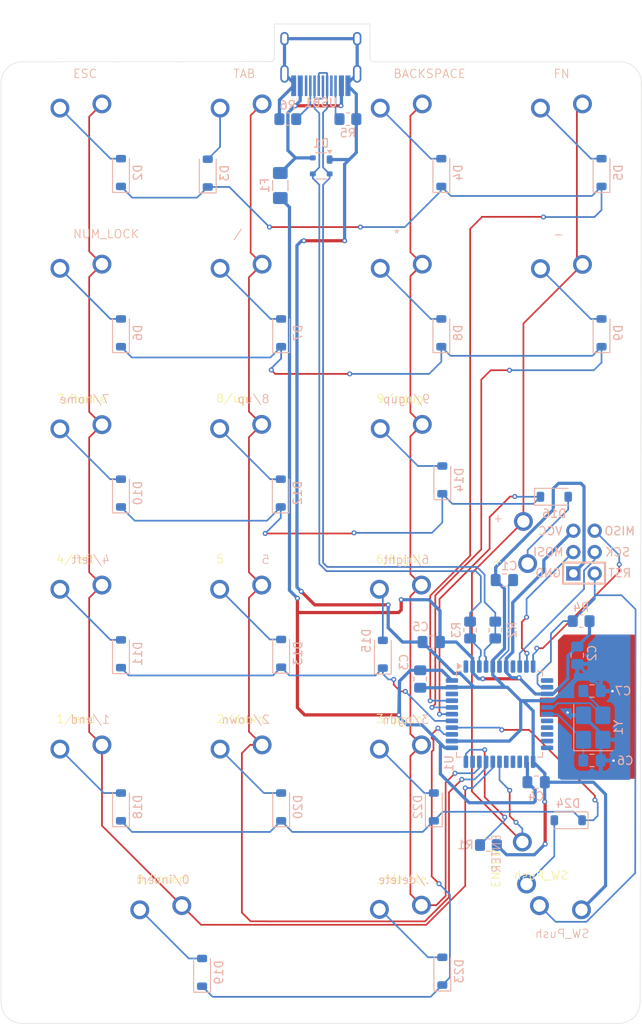
<source format=kicad_pcb>
(kicad_pcb (version 20241229) (generator "pcbnew") (generator_version "9.0")
  (layers (0 "F.Cu" signal) (2 "B.Cu" signal) (13 "F.Paste" user) (15 "B.Paste" user) (5 "F.SilkS" user "F.Silkscreen") (7 "B.SilkS" user "B.Silkscreen") (1 "F.Mask" user) (3 "B.Mask" user) (25 "Edge.Cuts" user))
  (net 0 "")
  (net 1 "Net-(U1-UCAP)")
  (net 2 "GND")
  (net 3 "+5V")
  (net 4 "Net-(U1-XTAL1)")
  (net 5 "Net-(U1-XTAL2)")
  (net 6 "VCC")
  (net 7 "D+")
  (net 8 "D-")
  (net 9 "Net-(D2-A)")
  (net 10 "ROW0")
  (net 11 "Net-(D3-A)")
  (net 12 "Net-(D4-A)")
  (net 13 "Net-(D5-A)")
  (net 14 "ROW1")
  (net 15 "Net-(D6-A)")
  (net 16 "Net-(D7-A)")
  (net 17 "Net-(D8-A)")
  (net 18 "Net-(D9-A)")
  (net 19 "ROW2")
  (net 20 "Net-(D10-A)")
  (net 21 "Net-(D11-A)")
  (net 22 "ROW3")
  (net 23 "Net-(D12-A)")
  (net 24 "Net-(D13-A)")
  (net 25 "Net-(D14-A)")
  (net 26 "Net-(D15-A)")
  (net 27 "Net-(D16-A)")
  (net 28 "ROW4")
  (net 29 "Net-(D18-A)")
  (net 30 "ROW5")
  (net 31 "Net-(D19-A)")
  (net 32 "Net-(D20-A)")
  (net 33 "Net-(D22-A)")
  (net 34 "Net-(D23-A)")
  (net 35 "Net-(D24-A)")
  (net 36 "RESET")
  (net 37 "SCK")
  (net 38 "MOSI")
  (net 39 "MISO")
  (net 40 "Net-(U1-~{HWB}{slash}PE2)")
  (net 41 "Net-(USB1-CC2)")
  (net 42 "Net-(USB1-CC1)")
  (net 43 "COL0")
  (net 44 "COL1")
  (net 45 "COL2")
  (net 46 "COL3")
  (footprint "Alps_Only:ALPS-2U" (layer "F.Cu") (at 68.71875 150.25625)
    (property "Reference" "SW19")
    (property "Value" "0/insert")
  )
  (footprint "Alps_Only:ALPS-1U" (layer "F.Cu") (at 97.31875 54.95625)
    (property "Reference" "SW4")
    (property "Value" "BACKSPACE")
  )
  (footprint "Alps_Only:ALPS-1U" (layer "F.Cu") (at 97.31875 93.05625)
    (property "Reference" "SW14")
    (property "Value" "9/pgup" (hide yes))
  )
  (footprint "Alps_Only:ALPS-1U" (layer "F.Cu") (at 97.21875 131.15625)
    (property "Reference" "SW22")
    (property "Value" "3/pgdn" (hide yes))
  )
  (footprint "Alps_Only:ALPS-2U" (layer "F.Cu") (at 116.34375 102.59375 90)
    (property "Reference" "SW16")
    (property "Value" "+")
  )
  (footprint "Alps_Only:ALPS-1U" (layer "F.Cu") (at 78.26875 74.00625)
    (property "Reference" "SW7")
    (property "Value" "/")
  )
  (footprint "Alps_Only:ALPS-1U" (layer "F.Cu") (at 97.31875 74.00625)
    (property "Reference" "SW8")
    (property "Value" "*")
  )
  (footprint "Alps_Only:ALPS-1U" (layer "F.Cu") (at 59.21875 54.95625)
    (property "Reference" "SW2")
    (property "Value" "ESC")
  )
  (footprint "Alps_Only:ALPS-1U" (layer "F.Cu") (at 116.36875 54.95625)
    (property "Reference" "SW5")
    (property "Value" "FN")
  )
  (footprint "Alps_Only:ALPS-2U" (layer "F.Cu") (at 116.21875 140.69375 90)
    (property "Reference" "SW24")
    (property "Value" "ENTER")
  )
  (footprint "Alps_Only:ALPS-1U" (layer "F.Cu") (at 59.21875 131.15625)
    (property "Reference" "SW18")
    (property "Value" "1/end" (hide yes))
  )
  (footprint "Alps_Only:ALPS-1U" (layer "F.Cu") (at 59.21875 74.00625)
    (property "Reference" "SW6")
    (property "Value" "NUM_LOCK")
  )
  (footprint "Alps_Only:ALPS-1U" (layer "F.Cu") (at 59.21875 93.0875)
    (property "Reference" "SW10")
    (property "Value" "7/home" (hide yes))
  )
  (footprint "Alps_Only:ALPS-1U" (layer "F.Cu") (at 97.21875 112.15625)
    (property "Reference" "SW15")
    (property "Value" "6/right" (hide yes))
  )
  (footprint "Alps_Only:ALPS-1U" (layer "F.Cu") (at 78.21875 112.15625)
    (property "Reference" "SW13")
    (property "Value" "5" (hide yes))
  )
  (footprint "Alps_Only:ALPS-1U" (layer "F.Cu") (at 78.26875 131.15625)
    (property "Reference" "SW20")
    (property "Value" "2/down" (hide yes))
  )
  (footprint "Alps_Only:ALPS-1U" (layer "F.Cu") (at 97.21875 150.20625)
    (property "Reference" "SW23")
    (property "Value" "./delete" (hide yes))
  )
  (footprint "Alps_Only:ALPS-1U" (layer "F.Cu") (at 78.26875 54.95625)
    (property "Reference" "SW3")
    (property "Value" "TAB")
  )
  (footprint "Alps_Only:ALPS-1U" (layer "F.Cu") (at 116.36875 74.0375)
    (property "Reference" "SW9")
    (property "Value" "-")
  )
  (footprint "Alps_Only:ALPS-1U" (layer "F.Cu") (at 78.21875 93.05625)
    (property "Reference" "SW12")
    (property "Value" "8/up" (hide yes))
  )
  (footprint "Alps_Only:ALPS-1U" (layer "F.Cu") (at 59.21875 112.15625)
    (property "Reference" "SW11")
    (property "Value" "4/left" (hide yes))
  )
  (footprint "Diode_SMD:D_SOD-123" (layer "B.Cu") (at 63.98125 58.61875 90)
    (property "Reference" "D2")
    (property "Value" "D")
  )
  (footprint "Alps_Only:ALPS-1U" (layer "B.Cu") (at 116.25 150.25625 180)
    (property "Reference" "SW1")
    (property "Value" "SW_Push")
  )
  (footprint "Diode_SMD:D_SOD-123" (layer "B.Cu") (at 63.98125 134.025 90)
    (property "Reference" "D18")
    (property "Value" "D")
  )
  (footprint "Capacitor_SMD:C_0805_2012Metric_Pad1.18x1.45mm_HandSolder" (layer "B.Cu") (at 120 120.25 180)
    (property "Reference" "C7")
    (property "Value" "22pF")
  )
  (footprint "Package_TO_SOT_SMD:SOT-143" (layer "B.Cu") (at 87.79375 57.825 180)
    (property "Reference" "D1")
    (property "Value" "PRTR5V0U2X")
  )
  (footprint "Fuse:Fuse_1206_3216Metric_Pad1.42x1.75mm_HandSolder" (layer "B.Cu") (at 82.931 60.1615 -90)
    (property "Reference" "F1")
    (property "Value" "Polyfuse_Small")
  )
  (footprint "Resistor_SMD:R_0805_2012Metric_Pad1.20x1.40mm_HandSolder" (layer "B.Cu") (at 118.7036 111.9378 180)
    (property "Reference" "R4")
    (property "Value" "10k")
  )
  (footprint "Diode_SMD:D_SOD-123" (layer "B.Cu") (at 82.98125 96.71875 90)
    (property "Reference" "D12")
    (property "Value" "D")
  )
  (footprint "Resistor_SMD:R_0805_2012Metric_Pad1.20x1.40mm_HandSolder" (layer "B.Cu") (at 107.68 138.557)
    (property "Reference" "R1")
    (property "Value" "10k")
  )
  (footprint "Resistor_SMD:R_0805_2012Metric_Pad1.20x1.40mm_HandSolder" (layer "B.Cu") (at 105.5 113 -90)
    (property "Reference" "R3")
    (property "Value" "22")
  )
  (footprint "Diode_SMD:D_SOD-123" (layer "B.Cu") (at 102.2 153.55 90)
    (property "Reference" "D23")
    (property "Value" "D")
  )
  (footprint "Diode_SMD:D_SOD-123" (layer "B.Cu") (at 63.98125 115.81875 90)
    (property "Reference" "D11")
    (property "Value" "D")
  )
  (footprint "Diode_SMD:D_SOD-123" (layer "B.Cu") (at 101.1875 134.025 90)
    (property "Reference" "D22")
    (property "Value" "D")
  )
  (footprint "Diode_SMD:D_SOD-123" (layer "B.Cu") (at 102.08125 77.66875 90)
    (property "Reference" "D8")
    (property "Value" "D")
  )
  (footprint "Diode_SMD:D_SOD-123" (layer "B.Cu") (at 73.625 153.69375 90)
    (property "Reference" "D19")
    (property "Value" "D")
  )
  (footprint "Capacitor_SMD:C_0805_2012Metric_Pad1.18x1.45mm_HandSolder" (layer "B.Cu") (at 99.568 118.8212 -90)
    (property "Reference" "C3")
    (property "Value" "0.1uF")
  )
  (footprint "Diode_SMD:D_SOD-123" (layer "B.Cu") (at 117.16875 135.6125 180)
    (property "Reference" "D24")
    (property "Value" "D")
  )
  (footprint "Package_QFP:TQFP-44_10x10mm_P0.8mm" (layer "B.Cu") (at 109 123 -90)
    (property "Reference" "U1")
    (property "Value" "ATmega32U4-A")
  )
  (footprint "Diode_SMD:D_SOD-123" (layer "B.Cu") (at 95.123 115.8748 90)
    (property "Reference" "D15")
    (property "Value" "D")
  )
  (footprint "Diode_SMD:D_SOD-123" (layer "B.Cu") (at 63.98125 96.71875 90)
    (property "Reference" "D10")
    (property "Value" "D")
  )
  (footprint "Diode_SMD:D_SOD-123" (layer "B.Cu") (at 74.3 58.68125 90)
    (property "Reference" "D3")
    (property "Value" "D")
  )
  (footprint "Diode_SMD:D_SOD-123" (layer "B.Cu") (at 115.51875 97.15625)
    (property "Reference" "D16")
    (property "Value" "D")
  )
  (footprint "Resistor_SMD:R_0805_2012Metric_Pad1.20x1.40mm_HandSolder" (layer "B.Cu") (at 83.825 52.26875 180)
    (property "Reference" "R6")
    (property "Value" "5.1k")
  )
  (footprint "Diode_SMD:D_SOD-123" (layer "B.Cu") (at 121.13125 58.61875 90)
    (property "Reference" "D5")
    (property "Value" "D")
  )
  (footprint "random-keyboard-parts:Reset_Pretty-Mask" (layer "B.Cu") (at 119.0498 103.7336 180)
    (property "Reference" "J1")
    (property "Value" "AVR-ISP-6")
  )
  (footprint "Capacitor_SMD:C_0805_2012Metric_Pad1.18x1.45mm_HandSolder" (layer "B.Cu") (at 120 128.5 180)
    (property "Reference" "C6")
    (property "Value" "22pF")
  )
  (footprint "Capacitor_SMD:C_0805_2012Metric_Pad1.18x1.45mm_HandSolder" (layer "B.Cu") (at 118.25 116 -90)
    (property "Reference" "C2")
    (property "Value" "0.1uF")
  )
  (footprint "Type-C:HRO-TYPE-C-31-M-12-HandSoldering" (layer "B.Cu") (at 87.75 40.105)
    (property "Reference" "USB1")
    (property "Value" "HRO-TYPE-C-31-M-12")
  )
  (footprint "Diode_SMD:D_SOD-123" (layer "B.Cu") (at 102.08125 58.61875 90)
    (property "Reference" "D4")
    (property "Value" "D")
  )
  (footprint "Capacitor_SMD:C_0805_2012Metric_Pad1.18x1.45mm_HandSolder" (layer "B.Cu") (at 109.5795 107.061 180)
    (property "Reference" "C1")
    (property "Value" "1uF")
  )
  (footprint "Capacitor_SMD:C_0805_2012Metric_Pad1.18x1.45mm_HandSolder" (layer "B.Cu") (at 113.3563 131.0894)
    (property "Reference" "C4")
    (property "Value" "0.1uF")
  )
  (footprint "Resistor_SMD:R_0805_2012Metric_Pad1.20x1.40mm_HandSolder" (layer "B.Cu") (at 90.96875 52.26875)
    (property "Reference" "R5")
    (property "Value" "5.1k")
  )
  (footprint "Diode_SMD:D_SOD-123" (layer "B.Cu") (at 83.03125 77.66875 90)
    (property "Reference" "D7")
    (property "Value" "D")
  )
  (footprint "Resistor_SMD:R_0805_2012Metric_Pad1.20x1.40mm_HandSolder" (layer "B.Cu") (at 108.5 113 90)
    (property "Reference" "R2")
    (property "Value" "22")
  )
  (footprint "Diode_SMD:D_SOD-123" (layer "B.Cu") (at 121.13125 77.66875 90)
    (property "Reference" "D9")
    (property "Value" "D")
  )
  (footprint "Diode_SMD:D_SOD-123" (layer "B.Cu") (at 83.03125 134.025 90)
    (property "Reference" "D20")
    (property "Value" "D")
  )
  (footprint "Crystal:Crystal_SMD_3225-4Pin_3.2x2.5mm_HandSoldering" (layer "B.Cu") (at 120.142 124.587 90)
    (property "Reference" "Y1")
    (property "Value" "Crystal_GND24_Small")
  )
  (footprint "Diode_SMD:D_SOD-123" (layer "B.Cu") (at 63.98125 77.66875 90)
    (property "Reference" "D6")
    (property "Value" "D")
  )
  (footprint "Diode_SMD:D_SOD-123" (layer "B.Cu") (at 102.2 95.15 90)
    (property "Reference" "D14")
    (property "Value" "D")
  )
  (footprint "Capacitor_SMD:C_0805_2012Metric_Pad1.18x1.45mm_HandSolder" (layer "B.Cu") (at 100.8849 114.427 180)
    (property "Reference" "C5")
    (property "Value" "10uF")
  )
  (footprint "Diode_SMD:D_SOD-123" (layer "B.Cu") (at 83.03125 115.76875 90)
    (property "Reference" "D13")
    (property "Value" "D")
  )
  (gr_line (start 93.21875 40.95625) (end 93.5 40.95625) (stroke (width 0.05)) (layer "Edge.Cuts"))
  (gr_line (start 52.21875 159.75625) (end 123.21875 159.75625) (stroke (width 0.05)) (layer "Edge.Cuts"))
  (gr_arc (start 49.71875 47.95625) (mid 50.450983 46.188483) (end 52.21875 45.45625) (stroke (width 0.05)) (layer "Edge.Cuts"))
  (gr_arc (start 82.21875 44.95625) (mid 82.072303 45.309803) (end 81.71875 45.45625) (stroke (width 0.05)) (layer "Edge.Cuts"))
  (gr_line (start 125.71875 157.25625) (end 125.86875 47.9562) (stroke (width 0.05)) (layer "Edge.Cuts"))
  (gr_arc (start 52.21875 159.75625) (mid 50.450983 159.024017) (end 49.71875 157.25625) (stroke (width 0.05)) (layer "Edge.Cuts"))
  (gr_line (start 82.21875 44.95625) (end 82.21875 40.95625) (stroke (width 0.05)) (layer "Edge.Cuts"))
  (gr_line (start 49.71875 47.95625) (end 49.71875 157.25625) (stroke (width 0.05)) (layer "Edge.Cuts"))
  (gr_line (start 82.21875 40.95625) (end 93.21875 40.95625) (stroke (width 0.05)) (layer "Edge.Cuts"))
  (gr_line (start 94.107 45.45625) (end 123.3688 45.45625) (stroke (width 0.05)) (layer "Edge.Cuts"))
  (gr_line (start 93.5 40.95625) (end 93.599 40.95625) (stroke (width 0.05)) (layer "Edge.Cuts"))
  (gr_arc (start 123.3688 45.45625) (mid 125.136535 46.188501) (end 125.86875 47.95625) (stroke (width 0.05)) (layer "Edge.Cuts"))
  (gr_line (start 93.599 41.458) (end 93.599 40.95625) (stroke (width 0.05)) (layer "Edge.Cuts"))
  (gr_arc (start 125.71875 157.25625) (mid 124.986517 159.024017) (end 123.21875 159.75625) (stroke (width 0.05)) (layer "Edge.Cuts"))
  (gr_line (start 93.599 41.458) (end 93.599 44.958) (stroke (width 0.05)) (layer "Edge.Cuts"))
  (gr_line (start 52.21875 45.45625) (end 81.71875 45.4465) (stroke (width 0.05)) (layer "Edge.Cuts"))
  (gr_arc (start 94.099 45.458) (mid 93.745447 45.311553) (end 93.599 44.958) (stroke (width 0.05)) (layer "Edge.Cuts"))
  (segment (start 109 116.495087) (end 110.083 115.412087) (width 0.2) (layer "B.Cu") (net 1))
  (segment (start 110.083 115.412087) (end 110.083 107.595) (width 0.2) (layer "B.Cu") (net 1))
  (segment (start 110.083 107.595) (end 110.617 107.061) (width 0.2) (layer "B.Cu") (net 1))
  (segment (start 109 117.3375) (end 109 116.495087) (width 0.2) (layer "B.Cu") (net 1))
  (segment (start 114.427 133.4516) (end 114.3762 133.4008) (width 0.381) (layer "F.Cu") (net 2))
  (segment (start 90.5764 66.7258) (end 85.725 66.7258) (width 0.381) (layer "F.Cu") (net 2))
  (segment (start 87.0204 110.0074) (end 95.758 110.0074) (width 0.381) (layer "F.Cu") (net 2))
  (segment (start 114.427 138.43) (end 114.427 133.4516) (width 0.381) (layer "F.Cu") (net 2))
  (segment (start 85.4202 108.4072) (end 87.0204 110.0074) (width 0.381) (layer "F.Cu") (net 2))
  (via (at 90.5764 66.7258) (size 0.6) (drill 0.3) (layers "F.Cu" "B.Cu") (net 2))
  (via (at 95.758 110.0074) (size 0.6) (drill 0.3) (layers "F.Cu" "B.Cu") (net 2))
  (via (at 85.4202 108.4072) (size 0.6) (drill 0.3) (layers "F.Cu" "B.Cu") (net 2))
  (via (at 114.3762 133.4008) (size 0.6) (drill 0.3) (layers "F.Cu" "B.Cu") (net 2))
  (via (at 85.725 66.7258) (size 0.6) (drill 0.3) (layers "F.Cu" "B.Cu") (net 2))
  (via (at 122.555 128.524) (size 0.6) (drill 0.3) (layers "F.Cu" "B.Cu") (net 2))
  (via (at 117.094 122.809) (size 0.6) (drill 0.3) (layers "F.Cu" "B.Cu") (net 2))
  (via (at 122.428 120.269) (size 0.6) (drill 0.3) (layers "F.Cu" "B.Cu") (net 2))
  (via (at 114.427 138.43) (size 0.6) (drill 0.3) (layers "F.Cu" "B.Cu") (net 2))
  (segment (start 108.542 107.061) (end 109.5915 108.1105) (width 0.381) (layer "B.Cu") (net 2))
  (segment (start 114.3938 130.0563) (end 113 128.6625) (width 0.381) (layer "B.Cu") (net 2))
  (segment (start 109.6518 119.8) (end 109.925001 119.8) (width 0.381) (layer "B.Cu") (net 2))
  (segment (start 91.96875 52.26875) (end 91.96875 49.29375) (width 0.381) (layer "B.Cu") (net 2))
  (segment (start 99.568 119.8587) (end 103.2788 119.8587) (width 0.381) (layer "B.Cu") (net 2))
  (segment (start 121.6152 132.5372) (end 120.1674 131.0894) (width 0.381) (layer "B.Cu") (net 2))
  (segment (start 115.3922 96.1898) (end 115.3922 98.689955) (width 0.381) (layer "B.Cu") (net 2))
  (segment (start 117.7798 106.2736) (end 119.0498 105.0036) (width 0.381) (layer "B.Cu") (net 2))
  (segment (start 84.525 47.98) (end 83.43 46.885) (width 0.381) (layer "B.Cu") (net 2))
  (segment (start 108.2 118.3482) (end 108.2 117.3375) (width 0.381) (layer "B.Cu") (net 2))
  (segment (start 114.3938 131.0894) (end 114.3938 130.0563) (width 0.381) (layer "B.Cu") (net 2))
  (segment (start 91.134 57.075) (end 90.5764 57.6326) (width 0.381) (layer "B.Cu") (net 2))
  (segment (start 118.992 123.137) (end 118.992 123.201144) (width 0.381) (layer "B.Cu") (net 2))
  (segment (start 83.43 42.705) (end 92.07 42.705) (width 0.381) (layer "B.Cu") (net 2))
  (segment (start 121.292 125.501144) (end 121.292 126.037) (width 0.381) (layer "B.Cu") (net 2))
  (segment (start 109.6518 119.8) (end 108.2 118.3482) (width 0.381) (layer "B.Cu") (net 2))
  (segment (start 121.0375 119.825) (end 118.25 117.0375) (width 0.381) (layer "B.Cu") (net 2))
  (segment (start 121.0375 120.25) (end 121.0375 119.825) (width 0.381) (layer "B.Cu") (net 2))
  (segment (start 90.975 48.3) (end 90.975 47.98) (width 0.381) (layer "B.Cu") (net 2))
  (segment (start 115.3922 98.689955) (end 108.542 105.540155) (width 0.381) (layer "B.Cu") (net 2))
  (segment (start 113 122.6146) (end 113 128.6625) (width 0.381) (layer "B.Cu") (net 2))
  (segment (start 85.471 66.7258) (end 84.9122 67.2846) (width 0.381) (layer "B.Cu") (net 2))
  (segment (start 91.96875 56.24025) (end 91.134 57.075) (width 0.381) (layer "B.Cu") (net 2))
  (segment (start 114.3762 133.4008) (end 114.3762 131.107) (width 0.381) (layer "B.Cu") (net 2))
  (segment (start 118.75 146.25625) (end 121.6152 143.39105) (width 0.381) (layer "B.Cu") (net 2))
  (segment (start 109.5915 115.208501) (end 108.2 116.600001) (width 0.381) (layer "B.Cu") (net 2))
  (segment (start 114.3762 131.107) (end 114.3938 131.0894) (width 0.381) (layer "B.Cu") (net 2))
  (segment (start 91.96875 52.26875) (end 91.96875 56.24025) (width 0.381) (layer "B.Cu") (net 2))
  (segment (start 85.725 66.7258) (end 85.471 66.7258) (width 0.381) (layer "B.Cu") (net 2))
  (segment (start 118.992 123.201144) (end 121.292 125.501144) (width 0.381) (layer "B.Cu") (net 2))
  (segment (start 121.6152 143.39105) (end 121.6152 132.5372) (width 0.381) (layer "B.Cu") (net 2))
  (segment (start 109.5915 108.1105) (end 109.5915 115.208501) (width 0.381) (layer "B.Cu") (net 2))
  (segment (start 108.68 138.557) (end 109.83325 139.71025) (width 0.381) (layer "B.Cu") (net 2))
  (segment (start 121.0375 126.0625) (end 121.063 126.037) (width 0.381) (layer "B.Cu") (net 2))
  (segment (start 105.973072 119.8) (end 109.6518 119.8) (width 0.381) (layer "B.Cu") (net 2))
  (segment (start 99.8474 114.427) (end 103.580828 118.160428) (width 0.381) (layer "B.Cu") (net 2))
  (segment (start 115.399999 121.4) (end 114.6625 121.4) (width 0.381) (layer "B.Cu") (net 2))
  (segment (start 92.07 46.885) (end 92.07 42.705) (width 0.381) (layer "B.Cu") (net 2))
  (segment (start 103.3375 119.8) (end 104.9782 119.8) (width 0.381) (layer "B.Cu") (net 2))
  (segment (start 83.43 46.885) (end 83.43 42.705) (width 0.381) (layer "B.Cu") (net 2))
  (segment (start 118.25 118.549999) (end 115.399999 121.4) (width 0.381) (layer "B.Cu") (net 2))
  (segment (start 116.0272 95.5548) (end 115.3922 96.1898) (width 0.381) (layer "B.Cu") (net 2))
  (segment (start 103.580828 118.160428) (end 104.3335 118.160428) (width 0.381) (layer "B.Cu") (net 2))
  (segment (start 84.525 48.3) (end 84.525 47.98) (width 0.381) (layer "B.Cu") (net 2))
  (segment (start 109.83325 139.71025) (end 113.14675 139.71025) (width 0.381) (layer "B.Cu") (net 2))
  (segment (start 108.2 116.600001) (end 108.2 117.3375) (width 0.381) (layer "B.Cu") (net 2))
  (segment (start 111.525001 124.847399) (end 111.525001 121.4) (width 0.381) (layer "B.Cu") (net 2))
  (segment (start 95.758 112.7252) (end 97.4598 114.427) (width 0.381) (layer "B.Cu") (net 2))
  (segment (start 119.0498 105.0036) (end 119.0498 95.9358) (width 0.381) (layer "B.Cu") (net 2))
  (segment (start 121.0375 128.5) (end 121.0375 126.0625) (width 0.381) (layer "B.Cu") (net 2))
  (segment (start 91.134 57.075) (end 88.79375 57.075) (width 0.381) (layer "B.Cu") (net 2))
  (segment (start 104.3335 118.160428) (end 105.973072 119.8) (width 0.381) (layer "B.Cu") (net 2))
  (segment (start 97.4598 114.427) (end 99.8474 114.427) (width 0.381) (layer "B.Cu") (net 2))
  (segment (start 84.9122 67.2846) (end 84.9122 107.8992) (width 0.381) (layer "B.Cu") (net 2))
  (segment (start 118.6688 95.5548) (end 116.0272 95.5548) (width 0.381) (layer "B.Cu") (net 2))
  (segment (start 113.14675 139.71025) (end 114.427 138.43) (width 0.381) (layer "B.Cu") (net 2))
  (segment (start 119.0498 95.9358) (end 118.6688 95.5548) (width 0.381) (layer "B.Cu") (net 2))
  (segment (start 120.1674 131.0894) (end 114.3938 131.0894) (width 0.381) (layer "B.Cu") (net 2))
  (segment (start 111.525001 121.4) (end 111.7854 121.4) (width 0.381) (layer "B.Cu") (net 2))
  (segment (start 108.542 105.540155) (end 108.542 107.061) (width 0.381) (layer "B.Cu") (net 2))
  (segment (start 110.1724 126.2) (end 111.525001 124.847399) (width 0.381) (layer "B.Cu") (net 2))
  (segment (start 103.3375 126.2) (end 110.1724 126.2) (width 0.381) (layer "B.Cu") (net 2))
  (segment (start 82.825 52.26875) (end 82.825 50) (width 0.381) (layer "B.Cu") (net 2))
  (segment (start 109.925001 119.8) (end 111.525001 121.4) (width 0.381) (layer "B.Cu") (net 2))
  (segment (start 104.9782 119.8) (end 109.6518 119.8) (width 0.381) (layer "B.Cu") (net 2))
  (segment (start 84.9122 107.8992) (end 85.4202 108.4072) (width 0.381) (layer "B.Cu") (net 2))
  (segment (start 118.25 117.0375) (end 118.25 118.549999) (width 0.381) (layer "B.Cu") (net 2))
  (segment (start 82.825 50) (end 84.525 48.3) (width 0.381) (layer "B.Cu") (net 2))
  (segment (start 90.5764 57.6326) (end 90.5764 66.7258) (width 0.381) (layer "B.Cu") (net 2))
  (segment (start 121.063 126.037) (end 121.292 126.037) (width 0.381) (layer "B.Cu") (net 2))
  (segment (start 111.7854 121.4) (end 114.6625 121.4) (width 0.381) (layer "B.Cu") (net 2))
  (segment (start 90.975 47.98) (end 92.07 46.885) (width 0.381) (layer "B.Cu") (net 2))
  (segment (start 103.2788 119.8587) (end 103.3375 119.8) (width 0.381) (layer "B.Cu") (net 2))
  (segment (start 111.7854 121.4) (end 113 122.6146) (width 0.381) (layer "B.Cu") (net 2))
  (segment (start 91.96875 49.29375) (end 90.975 48.3) (width 0.381) (layer "B.Cu") (net 2))
  (segment (start 95.758 110.0074) (end 95.758 112.7252) (width 0.381) (layer "B.Cu") (net 2))
  (segment (start 85.8266 123.0884) (end 97.028 123.0884) (width 0.381) (layer "F.Cu") (net 3))
  (segment (start 84.963 110.9218) (end 84.963 122.2248) (width 0.381) (layer "F.Cu") (net 3))
  (segment (start 107.0102 118.7958) (end 111.2012 118.7958) (width 0.381) (layer "F.Cu") (net 3))
  (segment (start 84.963 109.22) (end 84.963 110.9218) (width 0.381) (layer "F.Cu") (net 3))
  (segment (start 111.2012 118.7958) (end 111.3282 118.6688) (width 0.381) (layer "F.Cu") (net 3))
  (segment (start 84.963 110.9218) (end 97.0026 110.9218) (width 0.381) (layer "F.Cu") (net 3))
  (segment (start 85.8012 123.063) (end 85.8266 123.0884) (width 0.381) (layer "F.Cu") (net 3))
  (segment (start 97.0026 110.9218) (end 97.3074 110.617) (width 0.381) (layer "F.Cu") (net 3))
  (segment (start 84.963 122.2248) (end 85.8012 123.063) (width 0.381) (layer "F.Cu") (net 3))
  (segment (start 97.3074 110.617) (end 97.3074 109.3978) (width 0.381) (layer "F.Cu") (net 3))
  (via (at 84.963 109.22) (size 0.6) (drill 0.3) (layers "F.Cu" "B.Cu") (net 3))
  (via (at 111.3282 118.6688) (size 0.6) (drill 0.3) (layers "F.Cu" "B.Cu") (net 3))
  (via (at 97.028 123.0884) (size 0.6) (drill 0.3) (layers "F.Cu" "B.Cu") (net 3))
  (via (at 107.0102 118.7958) (size 0.6) (drill 0.3) (layers "F.Cu" "B.Cu") (net 3))
  (via (at 97.3074 109.3978) (size 0.6) (drill 0.3) (layers "F.Cu" "B.Cu") (net 3))
  (segment (start 102.489 127) (end 103.3375 127) (width 0.381) (layer "B.Cu") (net 3))
  (segment (start 109.8 116.390173) (end 109.8 117.3375) (width 0.381) (layer "B.Cu") (net 3))
  (segment (start 99.761799 124.272799) (end 101.9683 126.4793) (width 0.381) (layer "B.Cu") (net 3))
  (segment (start 118.25 114.9625) (end 117.1335 116.079) (width 0.381) (layer "B.Cu") (net 3))
  (segment (start 106.520801 118.7958) (end 107.0102 118.7958) (width 0.381) (layer "B.Cu") (net 3))
  (segment (start 101.9683 126.4793) (end 102.489 127) (width 0.381) (layer "B.Cu") (net 3))
  (segment (start 112.3188 128.7813) (end 112.2 128.6625) (width 0.381) (layer "B.Cu") (net 3))
  (segment (start 105.3846 133.5278) (end 113.0554 133.5278) (width 0.381) (layer "B.Cu") (net 3))
  (segment (start 101.9683 130.1115) (end 105.3846 133.5278) (width 0.381) (layer "B.Cu") (net 3))
  (segment (start 97.1042 123.3678) (end 98.009199 124.272799) (width 0.381) (layer "B.Cu") (net 3))
  (segment (start 119.7036 113.5089) (end 118.25 114.9625) (width 0.381) (layer "B.Cu") (net 3))
  (segment (start 114.2746 104.6988) (end 114.2746 106.0196) (width 0.381) (layer "B.Cu") (net 3))
  (segment (start 113.23525 132.00585) (end 112.3188 131.0894) (width 0.381) (layer "B.Cu") (net 3))
  (segment (start 97.1042 119.0752) (end 97.1042 123.3678) (width 0.381) (layer "B.Cu") (net 3))
  (segment (start 100.6094 109.3978) (end 101.9224 110.7108) (width 0.381) (layer "B.Cu") (net 3))
  (segment (start 98.009199 124.272799) (end 99.761799 124.272799) (width 0.381) (layer "B.Cu") (net 3))
  (segment (start 97.028 123.0884) (end 97.1042 119.0752) (width 0.381) (layer "B.Cu") (net 3))
  (segment (start 97.3074 109.3978) (end 100.6094 109.3978) (width 0.381) (layer "B.Cu") (net 3))
  (segment (start 101.9683 126.4793) (end 101.9683 130.1115) (width 0.381) (layer "B.Cu") (net 3))
  (segment (start 101.9224 110.7108) (end 101.9224 114.427) (width 0.381) (layer "B.Cu") (net 3))
  (segment (start 113.23525 133.22505) (end 113.23525 132.00585) (width 0.381) (layer "B.Cu") (net 3))
  (segment (start 114.2746 106.0196) (end 110.5745 109.7197) (width 0.381) (layer "B.Cu") (net 3))
  (segment (start 110.5745 109.7197) (end 110.5745 115.615673) (width 0.381) (layer "B.Cu") (net 3))
  (segment (start 119.7036 111.9378) (end 119.7036 113.5089) (width 0.381) (layer "B.Cu") (net 3))
  (segment (start 99.568 117.7837) (end 102.1212 117.7837) (width 0.381) (layer "B.Cu") (net 3))
  (segment (start 113.0554 133.5278) (end 113.23525 133.34795) (width 0.381) (layer "B.Cu") (net 3))
  (segment (start 105.8 116.341) (end 105.8 117.3375) (width 0.381) (layer "B.Cu") (net 3))
  (segment (start 105.8 117.3375) (end 105.8 118.074999) (width 0.381) (layer "B.Cu") (net 3))
  (segment (start 84.02275 108.12825) (end 84.02275 108.27975) (width 0.381) (layer "B.Cu") (net 3))
  (segment (start 109.8 118.026928) (end 109.8 117.3375) (width 0.381) (layer "B.Cu") (net 3))
  (segment (start 117.1335 116.079) (end 117.1335 118.818428) (width 0.381) (layer "B.Cu") (net 3))
  (segment (start 115.351928 120.6) (end 114.6625 120.6) (width 0.381) (layer "B.Cu") (net 3))
  (segment (start 117.7798 101.1936) (end 114.2746 104.6988) (width 0.381) (layer "B.Cu") (net 3))
  (segment (start 112.3188 131.0894) (end 112.3188 128.7813) (width 0.381) (layer "B.Cu") (net 3))
  (segment (start 82.931 61.649) (end 84.02275 62.74075) (width 0.381) (layer "B.Cu") (net 3))
  (segment (start 113.23525 133.34795) (end 113.23525 133.22505) (width 0.381) (layer "B.Cu") (net 3))
  (segment (start 110.5745 115.615673) (end 109.8 116.390173) (width 0.381) (layer "B.Cu") (net 3))
  (segment (start 84.02275 108.27975) (end 84.963 109.22) (width 0.381) (layer "B.Cu") (net 3))
  (segment (start 84.02275 62.74075) (end 84.02275 108.12825) (width 0.381) (layer "B.Cu") (net 3))
  (segment (start 105.8 116.3664) (end 105.8 117.3375) (width 0.381) (layer "B.Cu") (net 3))
  (segment (start 101.9224 114.427) (end 103.8606 114.427) (width 0.381) (layer "B.Cu") (net 3))
  (segment (start 113.2594 120.6) (end 114.6625 120.6) (width 0.381) (layer "B.Cu") (net 3))
  (segment (start 111.3282 118.6688) (end 113.2594 120.6) (width 0.381) (layer "B.Cu") (net 3))
  (segment (start 97.1042 119.0752) (end 98.3957 117.7837) (width 0.381) (layer "B.Cu") (net 3))
  (segment (start 102.1212 117.7837) (end 103.3375 119) (width 0.381) (layer "B.Cu") (net 3))
  (segment (start 110.441872 118.6688) (end 109.8 118.026928) (width 0.381) (layer "B.Cu") (net 3))
  (segment (start 105.8 118.074999) (end 106.520801 118.7958) (width 0.381) (layer "B.Cu") (net 3))
  (segment (start 117.1335 118.818428) (end 115.351928 120.6) (width 0.381) (layer "B.Cu") (net 3))
  (segment (start 98.3957 117.7837) (end 99.568 117.7837) (width 0.381) (layer "B.Cu") (net 3))
  (segment (start 111.3282 118.6688) (end 110.441872 118.6688) (width 0.381) (layer "B.Cu") (net 3))
  (segment (start 103.8606 114.427) (end 105.8 116.3664) (width 0.381) (layer "B.Cu") (net 3))
  (segment (start 118.9625 126.0625) (end 118.988 126.037) (width 0.2) (layer "B.Cu") (net 4))
  (segment (start 118.937 126.037) (end 115.9 123) (width 0.2) (layer "B.Cu") (net 4))
  (segment (start 115.9 123) (end 114.6625 123) (width 0.2) (layer "B.Cu") (net 4))
  (segment (start 118.992 126.037) (end 118.937 126.037) (width 0.2) (layer "B.Cu") (net 4))
  (segment (start 118.988 126.037) (end 118.992 126.037) (width 0.2) (layer "B.Cu") (net 4))
  (segment (start 118.9625 128.5) (end 118.9625 126.0625) (width 0.2) (layer "B.Cu") (net 4))
  (segment (start 121.237 123.137) (end 119.799 121.699) (width 0.2) (layer "B.Cu") (net 5))
  (segment (start 115.399999 122.2) (end 114.6625 122.2) (width 0.2) (layer "B.Cu") (net 5))
  (segment (start 121.15 122.4375) (end 121.15 122.995) (width 0.2) (layer "B.Cu") (net 5))
  (segment (start 121.292 123.137) (end 121.237 123.137) (width 0.2) (layer "B.Cu") (net 5))
  (segment (start 121.15 122.995) (end 121.292 123.137) (width 0.2) (layer "B.Cu") (net 5))
  (segment (start 115.900999 121.699) (end 115.399999 122.2) (width 0.2) (layer "B.Cu") (net 5))
  (segment (start 119.799 121.699) (end 115.900999 121.699) (width 0.2) (layer "B.Cu") (net 5))
  (segment (start 118.9625 120.25) (end 121.15 122.4375) (width 0.2) (layer "B.Cu") (net 5))
  (segment (start 90.133097 50.684503) (end 90.1446 50.673) (width 0.381) (layer "F.Cu") (net 6))
  (segment (start 84.695103 50.684503) (end 90.133097 50.684503) (width 0.381) (layer "F.Cu") (net 6))
  (via (at 90.1446 50.673) (size 0.6) (drill 0.3) (layers "F.Cu" "B.Cu") (net 6))
  (via (at 84.695103 50.684503) (size 0.6) (drill 0.3) (layers "F.Cu" "B.Cu") (net 6))
  (segment (start 90.1446 50.673) (end 90.1954 50.673) (width 0.381) (layer "B.Cu") (net 6))
  (segment (start 83.8335 55.9785) (end 84.73 56.875) (width 0.381) (layer "B.Cu") (net 6))
  (segment (start 85.3 50.079606) (end 84.695103 50.684503) (width 0.381) (layer "B.Cu") (net 6))
  (segment (start 90.1954 50.673) (end 90.2 50.6776) (width 0.381) (layer "B.Cu") (net 6))
  (segment (start 83.8335 51.546106) (end 83.8335 55.9785) (width 0.381) (layer "B.Cu") (net 6))
  (segment (start 84.695103 50.684503) (end 83.8335 51.546106) (width 0.381) (layer "B.Cu") (net 6))
  (segment (start 90.2 50.6776) (end 90.2 48.3) (width 0.381) (layer "B.Cu") (net 6))
  (segment (start 85.3 48.3) (end 85.3 50.079606) (width 0.381) (layer "B.Cu") (net 6))
  (segment (start 86.79375 56.875) (end 84.73 56.875) (width 0.381) (layer "B.Cu") (net 6))
  (segment (start 84.73 56.875) (end 82.931 58.674) (width 0.381) (layer "B.Cu") (net 6))
  (segment (start 108.5 114) (end 108.5 112) (width 0.2) (layer "B.Cu") (net 7))
  (segment (start 88.451 46.774) (end 88.5 46.823) (width 0.2) (layer "B.Cu") (net 7))
  (segment (start 88.79375 58.775) (end 88.79375 59.300001) (width 0.2) (layer "B.Cu") (net 7))
  (segment (start 107.225 116.056249) (end 107.4 116.231249) (width 0.2) (layer "B.Cu") (net 7))
  (segment (start 88.01875 51.48125) (end 88.01875 58.01875) (width 0.2) (layer "B.Cu") (net 7))
  (segment (start 88.01875 60.075001) (end 88.01875 105) (width 0.2) (layer "B.Cu") (net 7))
  (segment (start 88.51875 105.5) (end 106.318198 105.5) (width 0.2) (layer "B.Cu") (net 7))
  (segment (start 88.5 51) (end 88.01875 51.48125) (width 0.2) (layer "B.Cu") (net 7))
  (segment (start 107.225 106.406802) (end 107.225 109.674999) (width 0.2) (layer "B.Cu") (net 7))
  (segment (start 88.775 58.775) (end 88.79375 58.775) (width 0.2) (layer "B.Cu") (net 7))
  (segment (start 107.225 115.375) (end 107.225 116.056249) (width 0.2) (layer "B.Cu") (net 7))
  (segment (start 87.6 46.774) (end 88.451 46.774) (width 0.2) (layer "B.Cu") (net 7))
  (segment (start 107.225 109.674999) (end 108.5 110.949999) (width 0.2) (layer "B.Cu") (net 7))
  (segment (start 88.5 48.3) (end 88.5 51) (width 0.2) (layer "B.Cu") (net 7))
  (segment (start 106.318198 105.5) (end 107.225 106.406802) (width 0.2) (layer "B.Cu") (net 7))
  (segment (start 88.01875 105) (end 88.51875 105.5) (width 0.2) (layer "B.Cu") (net 7))
  (segment (start 108.5 110.949999) (end 108.5 112) (width 0.2) (layer "B.Cu") (net 7))
  (segment (start 107.4 116.231249) (end 107.4 117.3375) (width 0.2) (layer "B.Cu") (net 7))
  (segment (start 88.01875 58.01875) (end 88.775 58.775) (width 0.2) (layer "B.Cu") (net 7))
  (segment (start 87.5 46.874) (end 87.6 46.774) (width 0.2) (layer "B.Cu") (net 7))
  (segment (start 108.5 114) (end 108.5 114.1) (width 0.2) (layer "B.Cu") (net 7))
  (segment (start 88.79375 59.300001) (end 88.01875 60.075001) (width 0.2) (layer "B.Cu") (net 7))
  (segment (start 87.5 48.3) (end 87.5 46.874) (width 0.2) (layer "B.Cu") (net 7))
  (segment (start 88.5 46.823) (end 88.5 48.3) (width 0.2) (layer "B.Cu") (net 7))
  (segment (start 108.5 114.1) (end 107.225 115.375) (width 0.2) (layer "B.Cu") (net 7))
  (segment (start 105.5 114) (end 105.5 112) (width 0.2) (layer "B.Cu") (net 8))
  (segment (start 87 49.75) (end 87 48.3) (width 0.2) (layer "B.Cu") (net 8))
  (segment (start 87.56875 51.56875) (end 87.56875 58) (width 0.2) (layer "B.Cu") (net 8))
  (segment (start 106.6 116.231249) (end 106.6 117.3375) (width 0.2) (layer "B.Cu") (net 8))
  (segment (start 86.79375 59.300001) (end 87.56875 60.075001) (width 0.2) (layer "B.Cu") (net 8))
  (segment (start 106.181802 106) (end 106.775 106.593198) (width 0.2) (layer "B.Cu") (net 8))
  (segment (start 87 49.75) (end 87.076 49.826) (width 0.2) (layer "B.Cu") (net 8))
  (segment (start 106.775 109.674999) (end 105.5 110.949999) (width 0.2) (layer "B.Cu") (net 8))
  (segment (start 87 50) (end 87 49.75) (width 0.2) (layer "B.Cu") (net 8))
  (segment (start 87 50.6) (end 87 50) (width 0.2) (layer "B.Cu") (net 8))
  (segment (start 87 50.8) (end 87 51) (width 0.2) (layer "B.Cu") (net 8))
  (segment (start 86.79375 58.775) (end 86.79375 59.300001) (width 0.2) (layer "B.Cu") (net 8))
  (segment (start 106.775 106.593198) (end 106.775 109.674999) (width 0.2) (layer "B.Cu") (net 8))
  (segment (start 106.775 116.056249) (end 106.6 116.231249) (width 0.2) (layer "B.Cu") (net 8))
  (segment (start 87.56875 105.13585) (end 88.4329 106) (width 0.2) (layer "B.Cu") (net 8))
  (segment (start 106.775 115.375) (end 106.775 116.056249) (width 0.2) (layer "B.Cu") (net 8))
  (segment (start 105.5 110.949999) (end 105.5 112) (width 0.2) (layer "B.Cu") (net 8))
  (segment (start 87.56875 58) (end 86.79375 58.775) (width 0.2) (layer "B.Cu") (net 8))
  (segment (start 87.56875 60.075001) (end 87.56875 105.13585) (width 0.2) (layer "B.Cu") (net 8))
  (segment (start 88 49.777) (end 88 48.3) (width 0.2) (layer "B.Cu") (net 8))
  (segment (start 87 51) (end 87.56875 51.56875) (width 0.2) (layer "B.Cu") (net 8))
  (segment (start 87.951 49.826) (end 88 49.777) (width 0.2) (layer "B.Cu") (net 8))
  (segment (start 87.076 49.826) (end 87.951 49.826) (width 0.2) (layer "B.Cu") (net 8))
  (segment (start 87 50.6) (end 87 50.8) (width 0.2) (layer "B.Cu") (net 8))
  (segment (start 105.5 114) (end 105.5 114.1) (width 0.2) (layer "B.Cu") (net 8))
  (segment (start 88.4329 106) (end 106.181802 106) (width 0.2) (layer "B.Cu") (net 8))
  (segment (start 105.5 114.1) (end 106.775 115.375) (width 0.2) (layer "B.Cu") (net 8))
  (segment (start 56.71875 50.95625) (end 62.73125 56.96875) (width 0.2) (layer "B.Cu") (net 9))
  (segment (start 62.73125 56.96875) (end 63.98125 56.96875) (width 0.2) (layer "B.Cu") (net 9))
  (segment (start 105.5116 65.3034) (end 106.8832 63.9318) (width 0.2) (layer "F.Cu") (net 10))
  (segment (start 114.1984 63.881) (end 114.2238 63.9064) (width 0.2) (layer "F.Cu") (net 10))
  (segment (start 100.7618 108.9152) (end 105.5116 104.1654) (width 0.2) (layer "F.Cu") (net 10))
  (segment (start 106.8832 63.9318) (end 106.8832 63.881) (width 0.2) (layer "F.Cu") (net 10))
  (segment (start 81.6356 65.1002) (end 92.456 65.1002) (width 0.2) (layer "F.Cu") (net 10))
  (segment (start 106.8832 63.881) (end 114.1984 63.881) (width 0.2) (layer "F.Cu") (net 10))
  (segment (start 100.7618 121.412) (end 100.7618 108.9152) (width 0.2) (layer "F.Cu") (net 10))
  (segment (start 92.456 65.1002) (end 92.4814 65.0748) (width 0.2) (layer "F.Cu") (net 10))
  (segment (start 105.5116 104.1654) (end 105.5116 65.3034) (width 0.2) (layer "F.Cu") (net 10))
  (via (at 114.2238 63.9064) (size 0.6) (drill 0.3) (layers "F.Cu" "B.Cu") (net 10))
  (via (at 81.6356 65.1002) (size 0.6) (drill 0.3) (layers "F.Cu" "B.Cu") (net 10))
  (via (at 92.456 65.1002) (size 0.6) (drill 0.3) (layers "F.Cu" "B.Cu") (net 10))
  (via (at 100.7618 121.412) (size 0.6) (drill 0.3) (layers "F.Cu" "B.Cu") (net 10))
  (segment (start 103.3375 121.4) (end 100.7738 121.4) (width 0.2) (layer "B.Cu") (net 10))
  (segment (start 102.08125 60.26875) (end 103.2125 61.4) (width 0.2) (layer "B.Cu") (net 10))
  (segment (start 121.1326 63.0682) (end 121.13125 63.06685) (width 0.2) (layer "B.Cu") (net 10))
  (segment (start 114.2238 63.9064) (end 120.2944 63.9064) (width 0.2) (layer "B.Cu") (net 10))
  (segment (start 100.7618 121.412) (end 100.7738 121.4) (width 0.2) (layer "B.Cu") (net 10))
  (segment (start 73.03125 61.6) (end 74.3 60.33125) (width 0.2) (layer "B.Cu") (net 10))
  (segment (start 121.13125 63.06685) (end 121.13125 60.26875) (width 0.2) (layer "B.Cu") (net 10))
  (segment (start 92.456 65.1002) (end 97.7392 65.1002) (width 0.2) (layer "B.Cu") (net 10))
  (segment (start 97.7392 65.1002) (end 102.0318 60.8076) (width 0.2) (layer "B.Cu") (net 10))
  (segment (start 63.98125 60.26875) (end 65.3125 61.6) (width 0.2) (layer "B.Cu") (net 10))
  (segment (start 120.2944 63.9064) (end 121.1326 63.0682) (width 0.2) (layer "B.Cu") (net 10))
  (segment (start 74.3 60.33125) (end 76.86665 60.33125) (width 0.2) (layer "B.Cu") (net 10))
  (segment (start 103.2125 61.4) (end 120 61.4) (width 0.2) (layer "B.Cu") (net 10))
  (segment (start 65.3125 61.6) (end 73.03125 61.6) (width 0.2) (layer "B.Cu") (net 10))
  (segment (start 120 61.4) (end 121.13125 60.26875) (width 0.2) (layer "B.Cu") (net 10))
  (segment (start 76.86665 60.33125) (end 81.6356 65.1002) (width 0.2) (layer "B.Cu") (net 10))
  (segment (start 75.76875 55.5625) (end 74.3 57.03125) (width 0.2) (layer "B.Cu") (net 11))
  (segment (start 75.76875 50.95625) (end 75.76875 55.5625) (width 0.2) (layer "B.Cu") (net 11))
  (segment (start 94.81875 50.95625) (end 100.83125 56.96875) (width 0.2) (layer "B.Cu") (net 12))
  (segment (start 100.83125 56.96875) (end 102.08125 56.96875) (width 0.2) (layer "B.Cu") (net 12))
  (segment (start 119.88125 56.96875) (end 121.13125 56.96875) (width 0.2) (layer "B.Cu") (net 13))
  (segment (start 113.86875 50.95625) (end 119.88125 56.96875) (width 0.2) (layer "B.Cu") (net 13))
  (segment (start 106.8324 103.4117) (end 106.8324 83.8454) (width 0.2) (layer "F.Cu") (net 14))
  (segment (start 106.8324 83.8454) (end 106.8324 83.2358) (width 0.2) (layer "F.Cu") (net 14))
  (segment (start 107.95 82.1182) (end 110.1852 82.1182) (width 0.2) (layer "F.Cu") (net 14))
  (segment (start 106.8324 83.2358) (end 107.95 82.1182) (width 0.2) (layer "F.Cu") (net 14))
  (segment (start 82.324182 82.55) (end 91.186 82.55) (width 0.2) (layer "F.Cu") (net 14))
  (segment (start 101.3628 108.8813) (end 106.8324 103.4117) (width 0.2) (layer "F.Cu") (net 14))
  (segment (start 110.1852 82.1182) (end 110.2106 82.1436) (width 0.2) (layer "F.Cu") (net 14))
  (segment (start 101.3628 121.8028) (end 101.3628 108.8813) (width 0.2) (layer "F.Cu") (net 14))
  (segment (start 100.9656 122.2) (end 101.3628 121.8028) (width 0.2) (layer "F.Cu") (net 14))
  (segment (start 81.856037 82.081855) (end 82.324182 82.55) (width 0.2) (layer "F.Cu") (net 14))
  (via (at 81.856037 82.081855) (size 0.6) (drill 0.3) (layers "F.Cu" "B.Cu") (net 14))
  (via (at 91.186 82.55) (size 0.6) (drill 0.3) (layers "F.Cu" "B.Cu") (net 14))
  (via (at 110.1852 82.1182) (size 0.6) (drill 0.3) (layers "F.Cu" "B.Cu") (net 14))
  (via (at 100.9656 122.2) (size 0.6) (drill 0.3) (layers "F.Cu" "B.Cu") (net 14))
  (segment (start 65.2625 80.6) (end 81.75 80.6) (width 0.2) (layer "B.Cu") (net 14))
  (segment (start 120.05 80.4) (end 121.13125 79.31875) (width 0.2) (layer "B.Cu") (net 14))
  (segment (start 102.08125 79.31875) (end 103.1625 80.4) (width 0.2) (layer "B.Cu") (net 14))
  (segment (start 103.3375 122.2) (end 100.9656 122.2) (width 0.2) (layer "B.Cu") (net 14))
  (segment (start 91.186 82.55) (end 100.6348 82.55) (width 0.2) (layer "B.Cu") (net 14))
  (segment (start 103.1625 80.4) (end 120.05 80.4) (width 0.2) (layer "B.Cu") (net 14))
  (segment (start 100.6348 82.55) (end 102.08125 81.10355) (width 0.2) (layer "B.Cu") (net 14))
  (segment (start 81.75 80.6) (end 83.03125 79.31875) (width 0.2) (layer "B.Cu") (net 14))
  (segment (start 121.158 81.1784) (end 121.13125 81.15165) (width 0.2) (layer "B.Cu") (net 14))
  (segment (start 110.1852 82.1182) (end 120.2182 82.1182) (width 0.2) (layer "B.Cu") (net 14))
  (segment (start 63.98125 79.31875) (end 65.2625 80.6) (width 0.2) (layer "B.Cu") (net 14))
  (segment (start 83.03125 79.31875) (end 83.03125 80.72255) (width 0.2) (layer "B.Cu") (net 14))
  (segment (start 83.03125 80.72255) (end 81.8134 81.9404) (width 0.2) (layer "B.Cu") (net 14))
  (segment (start 102.08125 81.10355) (end 102.08125 79.31875) (width 0.2) (layer "B.Cu") (net 14))
  (segment (start 121.13125 81.15165) (end 121.13125 79.31875) (width 0.2) (layer "B.Cu") (net 14))
  (segment (start 120.2182 82.1182) (end 121.158 81.1784) (width 0.2) (layer "B.Cu") (net 14))
  (segment (start 62.73125 76.01875) (end 63.98125 76.01875) (width 0.2) (layer "B.Cu") (net 15))
  (segment (start 56.71875 70.00625) (end 62.73125 76.01875) (width 0.2) (layer "B.Cu") (net 15))
  (segment (start 81.78125 76.01875) (end 83.03125 76.01875) (width 0.2) (layer "B.Cu") (net 16))
  (segment (start 75.76875 70.00625) (end 81.78125 76.01875) (width 0.2) (layer "B.Cu") (net 16))
  (segment (start 100.83125 76.01875) (end 102.08125 76.01875) (width 0.2) (layer "B.Cu") (net 17))
  (segment (start 94.81875 70.00625) (end 100.83125 76.01875) (width 0.2) (layer "B.Cu") (net 17))
  (segment (start 119.85 76.01875) (end 121.13125 76.01875) (width 0.2) (layer "B.Cu") (net 18))
  (segment (start 113.86875 70.0375) (end 119.85 76.01875) (width 0.2) (layer "B.Cu") (net 18))
  (segment (start 81.1276 101.5238) (end 91.6178 101.5238) (width 0.2) (layer "F.Cu") (net 19))
  (segment (start 107.8484 99.5426) (end 110.2614 97.1296) (width 0.2) (layer "F.Cu") (net 19))
  (segment (start 110.2614 97.1296) (end 110.8202 97.1296) (width 0.2) (layer "F.Cu") (net 19))
  (segment (start 91.6178 101.5238) (end 91.694 101.4476) (width 0.2) (layer "F.Cu") (net 19))
  (segment (start 101.8662 109.3094) (end 107.823 103.3526) (width 0.2) (layer "F.Cu") (net 19))
  (segment (start 101.8662 123) (end 101.8662 109.3094) (width 0.2) (layer "F.Cu") (net 19))
  (segment (start 107.823 103.3526) (end 107.823 99.5426) (width 0.2) (layer "F.Cu") (net 19))
  (segment (start 107.823 99.5426) (end 107.8484 99.5426) (width 0.2) (layer "F.Cu") (net 19))
  (via (at 81.1276 101.5238) (size 0.6) (drill 0.3) (layers "F.Cu" "B.Cu") (net 19))
  (via (at 101.8662 123) (size 0.6) (drill 0.3) (layers "F.Cu" "B.Cu") (net 19))
  (via (at 91.694 101.4476) (size 0.6) (drill 0.3) (layers "F.Cu" "B.Cu") (net 19))
  (via (at 110.8202 97.1296) (size 0.6) (drill 0.3) (layers "F.Cu" "B.Cu") (net 19))
  (segment (start 65.6125 100) (end 81.35 100) (width 0.2) (layer "B.Cu") (net 19))
  (segment (start 81.35 100) (end 82.98125 98.36875) (width 0.2) (layer "B.Cu") (net 19))
  (segment (start 91.694 101.4476) (end 100.965 101.4476) (width 0.2) (layer "B.Cu") (net 19))
  (segment (start 82.98125 98.36875) (end 82.98125 99.67015) (width 0.2) (layer "B.Cu") (net 19))
  (segment (start 102.2 96.8) (end 103.4 98) (width 0.2) (layer "B.Cu") (net 19))
  (segment (start 63.98125 98.36875) (end 65.6125 100) (width 0.2) (layer "B.Cu") (net 19))
  (segment (start 110.8202 97.1296) (end 110.84685 97.15625) (width 0.2) (layer "B.Cu") (net 19))
  (segment (start 113.025 98) (end 113.86875 97.15625) (width 0.2) (layer "B.Cu") (net 19))
  (segment (start 100.965 101.4476) (end 102.2 100.2126) (width 0.2) (layer "B.Cu") (net 19))
  (segment (start 110.84685 97.15625) (end 113.86875 97.15625) (width 0.2) (layer "B.Cu") (net 19))
  (segment (start 103.3375 123) (end 101.8662 123) (width 0.2) (layer "B.Cu") (net 19))
  (segment (start 102.2 100.2126) (end 102.2 96.8) (width 0.2) (layer "B.Cu") (net 19))
  (segment (start 82.98125 99.67015) (end 81.1276 101.5238) (width 0.2) (layer "B.Cu") (net 19))
  (segment (start 103.4 98) (end 113.025 98) (width 0.2) (layer "B.Cu") (net 19))
  (segment (start 56.71875 89.0875) (end 62.7 95.06875) (width 0.2) (layer "B.Cu") (net 20))
  (segment (start 62.7 95.06875) (end 63.98125 95.06875) (width 0.2) (layer "B.Cu") (net 20))
  (segment (start 62.73125 114.16875) (end 63.98125 114.16875) (width 0.2) (layer "B.Cu") (net 21))
  (segment (start 56.71875 108.15625) (end 62.73125 114.16875) (width 0.2) (layer "B.Cu") (net 21))
  (segment (start 97.8 120.2944) (end 97.2058 120.2944) (width 0.2) (layer "F.Cu") (net 22))
  (segment (start 96.4184 119.507) (end 96.4184 118.872) (width 0.2) (layer "F.Cu") (net 22))
  (segment (start 97.2058 120.2944) (end 96.4184 119.507) (width 0.2) (layer "F.Cu") (net 22))
  (via (at 97.8 120.2944) (size 0.6) (drill 0.3) (layers "F.Cu" "B.Cu") (net 22))
  (via (at 96.4184 118.872) (size 0.6) (drill 0.3) (layers "F.Cu" "B.Cu") (net 22))
  (segment (start 103.3375 123.8) (end 101.3056 123.8) (width 0.2) (layer "B.Cu") (net 22))
  (segment (start 84.0125 118.4) (end 94.2478 118.4) (width 0.2) (layer "B.Cu") (net 22))
  (segment (start 96.4184 118.872) (end 95.7834 118.872) (width 0.2) (layer "B.Cu") (net 22))
  (segment (start 94.2478 118.4) (end 95.123 117.5248) (width 0.2) (layer "B.Cu") (net 22))
  (segment (start 63.98125 117.46875) (end 64.9125 118.4) (width 0.2) (layer "B.Cu") (net 22))
  (segment (start 95.123 118.2116) (end 95.123 117.5248) (width 0.2) (layer "B.Cu") (net 22))
  (segment (start 82.05 118.4) (end 83.03125 117.41875) (width 0.2) (layer "B.Cu") (net 22))
  (segment (start 95.7834 118.872) (end 95.123 118.2116) (width 0.2) (layer "B.Cu") (net 22))
  (segment (start 64.9125 118.4) (end 82.05 118.4) (width 0.2) (layer "B.Cu") (net 22))
  (segment (start 83.03125 117.41875) (end 84.0125 118.4) (width 0.2) (layer "B.Cu") (net 22))
  (segment (start 101.3056 123.8) (end 97.8 120.2944) (width 0.2) (layer "B.Cu") (net 22))
  (segment (start 81.73125 95.06875) (end 82.98125 95.06875) (width 0.2) (layer "B.Cu") (net 23))
  (segment (start 75.71875 89.05625) (end 81.73125 95.06875) (width 0.2) (layer "B.Cu") (net 23))
  (segment (start 81.68125 114.11875) (end 83.03125 114.11875) (width 0.2) (layer "B.Cu") (net 24))
  (segment (start 75.71875 108.15625) (end 81.68125 114.11875) (width 0.2) (layer "B.Cu") (net 24))
  (segment (start 99.3 93.5) (end 102.2 93.5) (width 0.2) (layer "B.Cu") (net 25))
  (segment (start 94.81875 89.05625) (end 94.85625 89.05625) (width 0.2) (layer "B.Cu") (net 25))
  (segment (start 94.85625 89.05625) (end 99.3 93.5) (width 0.2) (layer "B.Cu") (net 25))
  (segment (start 94.71875 108.15625) (end 95.123 108.5605) (width 0.2) (layer "B.Cu") (net 26))
  (segment (start 95.123 108.5605) (end 95.123 114.2248) (width 0.2) (layer "B.Cu") (net 26))
  (segment (start 117.16875 98.67776) (end 117.16875 97.15625) (width 0.2) (layer "B.Cu") (net 27))
  (segment (start 112.34375 105.09375) (end 112.34375 103.50276) (width 0.2) (layer "B.Cu") (net 27))
  (segment (start 112.34375 103.50276) (end 117.16875 98.67776) (width 0.2) (layer "B.Cu") (net 27))
  (segment (start 112.522 124.8664) (end 120.3452 132.6896) (width 0.2) (layer "F.Cu") (net 28))
  (segment (start 120.3452 132.6896) (end 120.3452 133.1976) (width 0.2) (layer "F.Cu") (net 28))
  (segment (start 109.2708 124.8664) (end 112.522 124.8664) (width 0.2) (layer "F.Cu") (net 28))
  (via (at 120.3452 133.1976) (size 0.6) (drill 0.3) (layers "F.Cu" "B.Cu") (net 28))
  (via (at 109.2708 124.8664) (size 0.6) (drill 0.3) (layers "F.Cu" "B.Cu") (net 28))
  (segment (start 120.6754 135.0772) (end 120.1401 135.6125) (width 0.2) (layer "B.Cu") (net 28))
  (segment (start 109.0044 124.6) (end 109.2708 124.8664) (width 0.2) (layer "B.Cu") (net 28))
  (segment (start 102.2625 134.6) (end 117.80625 134.6) (width 0.2) (layer "B.Cu") (net 28))
  (segment (start 99.8625 137) (end 101.1875 135.675) (width 0.2) (layer "B.Cu") (net 28))
  (segment (start 65.30625 137) (end 81.70625 137) (width 0.2) (layer "B.Cu") (net 28))
  (segment (start 117.80625 134.6) (end 118.81875 135.6125) (width 0.2) (layer "B.Cu") (net 28))
  (segment (start 84.35625 137) (end 99.8625 137) (width 0.2) (layer "B.Cu") (net 28))
  (segment (start 83.03125 135.675) (end 84.35625 137) (width 0.2) (layer "B.Cu") (net 28))
  (segment (start 103.3375 124.6) (end 109.0044 124.6) (width 0.2) (layer "B.Cu") (net 28))
  (segment (start 120.1401 135.6125) (end 118.81875 135.6125) (width 0.2) (layer "B.Cu") (net 28))
  (segment (start 120.3452 133.1976) (end 120.6754 133.5278) (width 0.2) (layer "B.Cu") (net 28))
  (segment (start 101.1875 135.675) (end 102.2625 134.6) (width 0.2) (layer "B.Cu") (net 28))
  (segment (start 120.6754 133.5278) (end 120.6754 135.0772) (width 0.2) (layer "B.Cu") (net 28))
  (segment (start 63.98125 135.675) (end 65.30625 137) (width 0.2) (layer "B.Cu") (net 28))
  (segment (start 81.70625 137) (end 83.03125 135.675) (width 0.2) (layer "B.Cu") (net 28))
  (segment (start 61.9375 132.375) (end 63.98125 132.375) (width 0.2) (layer "B.Cu") (net 29))
  (segment (start 56.71875 127.15625) (end 61.9375 132.375) (width 0.2) (layer "B.Cu") (net 29))
  (segment (start 100.9396 127.452069) (end 100.9396 142.2908) (width 0.2) (layer "F.Cu") (net 30))
  (segment (start 101.6762 124.6632) (end 100.9396 125.3998) (width 0.2) (layer "F.Cu") (net 30))
  (segment (start 100.9396 125.3998) (end 100.9396 125.860431) (width 0.2) (layer "F.Cu") (net 30))
  (segment (start 101.14475 127.246919) (end 100.9396 127.452069) (width 0.2) (layer "F.Cu") (net 30))
  (segment (start 101.14475 126.065581) (end 101.14475 127.246919) (width 0.2) (layer "F.Cu") (net 30))
  (segment (start 100.9396 125.860431) (end 101.14475 126.065581) (width 0.2) (layer "F.Cu") (net 30))
  (segment (start 100.9396 142.2908) (end 101.8032 143.1544) (width 0.2) (layer "F.Cu") (net 30))
  (via (at 101.8032 143.1544) (size 0.6) (drill 0.3) (layers "F.Cu" "B.Cu") (net 30))
  (via (at 101.6762 124.6632) (size 0.6) (drill 0.3) (layers "F.Cu" "B.Cu") (net 30))
  (segment (start 73.625 155.34375) (end 74.88125 156.6) (width 0.2) (layer "B.Cu") (net 30))
  (segment (start 100.8 156.6) (end 102.2 155.2) (width 0.2) (layer "B.Cu") (net 30))
  (segment (start 74.88125 156.6) (end 100.8 156.6) (width 0.2) (layer "B.Cu") (net 30))
  (segment (start 103.101 154.299) (end 102.2 155.2) (width 0.2) (layer "B.Cu") (net 30))
  (segment (start 102.413 125.4) (end 101.6762 124.6632) (width 0.2) (layer "B.Cu") (net 30))
  (segment (start 103.3375 125.4) (end 102.413 125.4) (width 0.2) (layer "B.Cu") (net 30))
  (segment (start 103.101 144.4522) (end 103.101 154.299) (width 0.2) (layer "B.Cu") (net 30))
  (segment (start 101.8032 143.1544) (end 103.101 144.4522) (width 0.2) (layer "B.Cu") (net 30))
  (segment (start 66.21875 146.25625) (end 66.25625 146.25625) (width 0.2) (layer "B.Cu") (net 31))
  (segment (start 66.25625 146.25625) (end 72.04375 152.04375) (width 0.2) (layer "B.Cu") (net 31))
  (segment (start 72.04375 152.04375) (end 73.625 152.04375) (width 0.2) (layer "B.Cu") (net 31))
  (segment (start 75.76875 127.15625) (end 75.76875 127.16875) (width 0.2) (layer "B.Cu") (net 32))
  (segment (start 75.76875 127.16875) (end 80.975 132.375) (width 0.2) (layer "B.Cu") (net 32))
  (segment (start 80.975 132.375) (end 83.03125 132.375) (width 0.2) (layer "B.Cu") (net 32))
  (segment (start 94.71875 127.15625) (end 94.8375 127.15625) (width 0.2) (layer "B.Cu") (net 33))
  (segment (start 100.05625 132.375) (end 101.1875 132.375) (width 0.2) (layer "B.Cu") (net 33))
  (segment (start 94.8375 127.15625) (end 100.05625 132.375) (width 0.2) (layer "B.Cu") (net 33))
  (segment (start 100.5 151.9) (end 102.2 151.9) (width 0.2) (layer "B.Cu") (net 34))
  (segment (start 94.71875 146.20625) (end 94.80625 146.20625) (width 0.2) (layer "B.Cu") (net 34))
  (segment (start 94.80625 146.20625) (end 100.5 151.9) (width 0.2) (layer "B.Cu") (net 34))
  (segment (start 115.51875 139.89375) (end 115.51875 135.6125) (width 0.2) (layer "B.Cu") (net 35))
  (segment (start 112.21875 143.19375) (end 115.51875 139.89375) (width 0.2) (layer "B.Cu") (net 35))
  (segment (start 116.586 111.9378) (end 115.1128 113.411) (width 0.2) (layer "B.Cu") (net 36))
  (segment (start 113.5126 118.364) (end 113.5126 119.387599) (width 0.2) (layer "B.Cu") (net 36))
  (segment (start 120.3198 106.2736) (end 120.3198 109.3216) (width 0.2) (layer "B.Cu") (net 36))
  (segment (start 113.5126 119.387599) (end 113.925001 119.8) (width 0.2) (layer "B.Cu") (net 36))
  (segment (start 120.3198 109.3216) (end 117.7036 111.9378) (width 0.2) (layer "B.Cu") (net 36))
  (segment (start 125.138846 141.884073) (end 125.181862 110.540119) (width 0.2) (layer "B.Cu") (net 36))
  (segment (start 123.506143 108.8644) (end 120.4722 108.8644) (width 0.2) (layer "B.Cu") (net 36))
  (segment (start 115.1128 113.411) (end 115.1128 116.7638) (width 0.2) (layer "B.Cu") (net 36))
  (segment (start 117.7036 111.9378) (end 116.586 111.9378) (width 0.2) (layer "B.Cu") (net 36))
  (segment (start 113.925001 119.8) (end 114.6625 119.8) (width 0.2) (layer "B.Cu") (net 36))
  (segment (start 115.1128 116.7638) (end 113.5126 118.364) (width 0.2) (layer "B.Cu") (net 36))
  (segment (start 120.4722 108.8644) (end 117.7036 111.9378) (width 0.2) (layer "B.Cu") (net 36))
  (segment (start 115.676 147.68225) (end 119.340669 147.68225) (width 0.2) (layer "B.Cu") (net 36))
  (segment (start 119.340669 147.68225) (end 125.138846 141.884073) (width 0.2) (layer "B.Cu") (net 36))
  (segment (start 113.75 145.75625) (end 115.676 147.68225) (width 0.2) (layer "B.Cu") (net 36))
  (segment (start 125.181862 110.540119) (end 123.506143 108.8644) (width 0.2) (layer "B.Cu") (net 36))
  (segment (start 120.3198 104.64584) (end 119.0498 105.91584) (width 0.2) (layer "B.Cu") (net 37))
  (segment (start 119.0498 105.91584) (end 119.0498 108.1278) (width 0.2) (layer "B.Cu") (net 37))
  (segment (start 120.3198 103.7336) (end 120.3198 104.64584) (width 0.2) (layer "B.Cu") (net 37))
  (segment (start 111.4 115.7776) (end 111.4 117.3375) (width 0.2) (layer "B.Cu") (net 37))
  (segment (start 119.0498 108.1278) (end 111.4 115.7776) (width 0.2) (layer "B.Cu") (net 37))
  (segment (start 112.2172 111.4806) (end 111.6584 112.0394) (width 0.2) (layer "F.Cu") (net 38))
  (segment (start 111.6584 112.0394) (end 111.6584 115.1636) (width 0.2) (layer "F.Cu") (net 38))
  (segment (start 111.6584 115.1636) (end 112.260465 115.765665) (width 0.2) (layer "F.Cu") (net 38))
  (via (at 112.2172 111.4806) (size 0.6) (drill 0.3) (layers "F.Cu" "B.Cu") (net 38))
  (via (at 112.260465 115.765665) (size 0.6) (drill 0.3) (layers "F.Cu" "B.Cu") (net 38))
  (segment (start 112.2172 109.2962) (end 112.2172 111.4806) (width 0.2) (layer "B.Cu") (net 38))
  (segment (start 112.260465 115.765665) (end 112.260465 117.277035) (width 0.2) (layer "B.Cu") (net 38))
  (segment (start 117.7798 103.7336) (end 112.2172 109.2962) (width 0.2) (layer "B.Cu") (net 38))
  (segment (start 112.260465 117.277035) (end 112.2 117.3375) (width 0.2) (layer "B.Cu") (net 38))
  (segment (start 123.2408 106.0704) (end 114.1476 115.1636) (width 0.2) (layer "F.Cu") (net 39))
  (segment (start 114.1476 115.1636) (end 113.4364 115.1636) (width 0.2) (layer "F.Cu") (net 39))
  (segment (start 123.2408 105.2068) (end 123.2408 106.0704) (width 0.2) (layer "F.Cu") (net 39))
  (via (at 113.4364 115.1636) (size 0.6) (drill 0.3) (layers "F.Cu" "B.Cu") (net 39))
  (via (at 123.2408 105.2068) (size 0.6) (drill 0.3) (layers "F.Cu" "B.Cu") (net 39))
  (segment (start 113.4364 115.1636) (end 113.4364 115.4938) (width 0.2) (layer "B.Cu") (net 39))
  (segment (start 120.3198 101.1936) (end 123.2408 104.1146) (width 0.2) (layer "B.Cu") (net 39))
  (segment (start 113.4364 115.4938) (end 113 115.9302) (width 0.2) (layer "B.Cu") (net 39))
  (segment (start 123.2408 104.1146) (end 123.2408 105.2068) (width 0.2) (layer "B.Cu") (net 39))
  (segment (start 113 115.9302) (end 113 117.3375) (width 0.2) (layer "B.Cu") (net 39))
  (segment (start 109.628514 135.248121) (end 107.2388 132.858407) (width 0.2) (layer "F.Cu") (net 40))
  (segment (start 107.2388 132.858407) (end 107.2388 127.2286) (width 0.2) (layer "F.Cu") (net 40))
  (via (at 109.628514 135.248121) (size 0.6) (drill 0.3) (layers "F.Cu" "B.Cu") (net 40))
  (via (at 107.2388 127.2286) (size 0.6) (drill 0.3) (layers "F.Cu" "B.Cu") (net 40))
  (segment (start 105.4862 127.2286) (end 105 127.7148) (width 0.2) (layer "B.Cu") (net 40))
  (segment (start 107.2388 127.2286) (end 105.4862 127.2286) (width 0.2) (layer "B.Cu") (net 40))
  (segment (start 105 127.7148) (end 105 128.6625) (width 0.2) (layer "B.Cu") (net 40))
  (segment (start 106.68 138.557) (end 109.628514 135.608486) (width 0.2) (layer "B.Cu") (net 40))
  (segment (start 109.628514 135.608486) (end 109.628514 135.248121) (width 0.2) (layer "B.Cu") (net 40))
  (segment (start 89.96875 52.26875) (end 89.5 51.8) (width 0.2) (layer "B.Cu") (net 41))
  (segment (start 89.5 51.8) (end 89.5 48.3) (width 0.2) (layer "B.Cu") (net 41))
  (segment (start 84.825 52.26875) (end 86.5 50.59375) (width 0.2) (layer "B.Cu") (net 42))
  (segment (start 86.5 50.59375) (end 86.5 48.3) (width 0.2) (layer "B.Cu") (net 42))
  (segment (start 61.71875 126.65625) (end 61.71875 136.25625) (width 0.2) (layer "F.Cu") (net 43))
  (segment (start 61.71875 88.5875) (end 60.2 90.10625) (width 0.2) (layer "F.Cu") (net 43))
  (segment (start 60.2 51.975) (end 60.2 67.9875) (width 0.2) (layer "F.Cu") (net 43))
  (segment (start 60.2 90.10625) (end 60.2 106.1375) (width 0.2) (layer "F.Cu") (net 43))
  (segment (start 60.2 106.1375) (end 61.71875 107.65625) (width 0.2) (layer "F.Cu") (net 43))
  (segment (start 61.71875 69.50625) (end 60.2 71.025) (width 0.2) (layer "F.Cu") (net 43))
  (segment (start 100.29375 148.03325) (end 73.49575 148.03325) (width 0.2) (layer "F.Cu") (net 43))
  (segment (start 61.71875 107.65625) (end 60.2 109.175) (width 0.2) (layer "F.Cu") (net 43))
  (segment (start 60.2 87.06875) (end 61.71875 88.5875) (width 0.2) (layer "F.Cu") (net 43))
  (segment (start 61.71875 50.45625) (end 60.2 51.975) (width 0.2) (layer "F.Cu") (net 43))
  (segment (start 60.2 109.175) (end 60.2 125.1375) (width 0.2) (layer "F.Cu") (net 43))
  (segment (start 61.71875 136.25625) (end 71.21875 145.75625) (width 0.2) (layer "F.Cu") (net 43))
  (segment (start 104.9274 131.7752) (end 104.9274 143.3996) (width 0.2) (layer "F.Cu") (net 43))
  (segment (start 60.2 125.1375) (end 61.71875 126.65625) (width 0.2) (layer "F.Cu") (net 43))
  (segment (start 104.9274 143.3996) (end 100.29375 148.03325) (width 0.2) (layer "F.Cu") (net 43))
  (segment (start 73.49575 148.03325) (end 71.21875 145.75625) (width 0.2) (layer "F.Cu") (net 43))
  (segment (start 60.2 67.9875) (end 61.71875 69.50625) (width 0.2) (layer "F.Cu") (net 43))
  (segment (start 60.2 71.025) (end 60.2 87.06875) (width 0.2) (layer "F.Cu") (net 43))
  (via (at 104.9274 131.7752) (size 0.6) (drill 0.3) (layers "F.Cu" "B.Cu") (net 43))
  (segment (start 105.824799 131.7752) (end 104.9274 131.7752) (width 0.2) (layer "B.Cu") (net 43))
  (segment (start 108.2 129.399999) (end 105.824799 131.7752) (width 0.2) (layer "B.Cu") (net 43))
  (segment (start 108.2 128.6625) (end 108.2 129.399999) (width 0.2) (layer "B.Cu") (net 43))
  (segment (start 79.2 125.0875) (end 80.76875 126.65625) (width 0.2) (layer "F.Cu") (net 44))
  (segment (start 80.76875 69.50625) (end 79.2 71.075) (width 0.2) (layer "F.Cu") (net 44))
  (segment (start 79.2 87.0375) (end 80.71875 88.55625) (width 0.2) (layer "F.Cu") (net 44))
  (segment (start 80.71875 107.65625) (end 79.2 109.175) (width 0.2) (layer "F.Cu") (net 44))
  (segment (start 80.76875 50.45625) (end 79.4 51.825) (width 0.2) (layer "F.Cu") (net 44))
  (segment (start 79.4 68.1375) (end 80.76875 69.50625) (width 0.2) (layer "F.Cu") (net 44))
  (segment (start 78.359 127.635) (end 79.33775 126.65625) (width 0.2) (layer "F.Cu") (net 44))
  (segment (start 102.9916 144.7683) (end 100.12765 147.63225) (width 0.2) (layer "F.Cu") (net 44))
  (segment (start 79.2 71.075) (end 79.2 87.0375) (width 0.2) (layer "F.Cu") (net 44))
  (segment (start 81.41445 147.63225) (end 81.407 147.6248) (width 0.2) (layer "F.Cu") (net 44))
  (segment (start 104.521 130.7592) (end 102.9916 132.2886) (width 0.2) (layer "F.Cu") (net 44))
  (segment (start 100.12765 147.63225) (end 81.41445 147.63225) (width 0.2) (layer "F.Cu") (net 44))
  (segment (start 79.33775 126.65625) (end 80.76875 126.65625) (width 0.2) (layer "F.Cu") (net 44))
  (segment (start 81.407 147.6248) (end 79.4004 147.6248) (width 0.2) (layer "F.Cu") (net 44))
  (segment (start 79.2 106.1375) (end 80.71875 107.65625) (width 0.2) (layer "F.Cu") (net 44))
  (segment (start 102.9916 132.2886) (end 102.9916 144.7683) (width 0.2) (layer "F.Cu") (net 44))
  (segment (start 79.4004 147.6248) (end 78.359 146.5834) (width 0.2) (layer "F.Cu") (net 44))
  (segment (start 79.2 90.075) (end 79.2 106.1375) (width 0.2) (layer "F.Cu") (net 44))
  (segment (start 78.359 146.5834) (end 78.359 127.635) (width 0.2) (layer "F.Cu") (net 44))
  (segment (start 79.2 109.175) (end 79.2 125.0875) (width 0.2) (layer "F.Cu") (net 44))
  (segment (start 79.4 51.825) (end 79.4 68.1375) (width 0.2) (layer "F.Cu") (net 44))
  (segment (start 80.71875 88.55625) (end 79.2 90.075) (width 0.2) (layer "F.Cu") (net 44))
  (via (at 104.521 130.7592) (size 0.6) (drill 0.3) (layers "F.Cu" "B.Cu") (net 44))
  (segment (start 107.4 128.6625) (end 107.4 129.399999) (width 0.2) (layer "B.Cu") (net 44))
  (segment (start 107.4 129.399999) (end 106.040799 130.7592) (width 0.2) (layer "B.Cu") (net 44))
  (segment (start 106.040799 130.7592) (end 104.521 130.7592) (width 0.2) (layer "B.Cu") (net 44))
  (segment (start 98.4 125.3375) (end 99.71875 126.65625) (width 0.2) (layer "F.Cu") (net 45))
  (segment (start 98.4 89.975) (end 98.4 106.3375) (width 0.2) (layer "F.Cu") (net 45))
  (segment (start 102.5906 144.6022) (end 101.48655 145.70625) (width 0.2) (layer "F.Cu") (net 45))
  (segment (start 98.4 127.975) (end 98.4 144.3875) (width 0.2) (layer "F.Cu") (net 45))
  (segment (start 101.48655 145.70625) (end 99.71875 145.70625) (width 0.2) (layer "F.Cu") (net 45))
  (segment (start 98.4 108.975) (end 98.4 125.3375) (width 0.2) (layer "F.Cu") (net 45))
  (segment (start 98.4 68.0875) (end 99.81875 69.50625) (width 0.2) (layer "F.Cu") (net 45))
  (segment (start 98.4 70.925) (end 98.4 87.1375) (width 0.2) (layer "F.Cu") (net 45))
  (segment (start 98.4 106.3375) (end 99.71875 107.65625) (width 0.2) (layer "F.Cu") (net 45))
  (segment (start 102.5906 131.1402) (end 102.5906 144.6022) (width 0.2) (layer "F.Cu") (net 45))
  (segment (start 98.4 51.875) (end 98.4 68.0875) (width 0.2) (layer "F.Cu") (net 45))
  (segment (start 99.81875 50.45625) (end 98.4 51.875) (width 0.2) (layer "F.Cu") (net 45))
  (segment (start 99.71875 107.65625) (end 98.4 108.975) (width 0.2) (layer "F.Cu") (net 45))
  (segment (start 98.4 87.1375) (end 99.81875 88.55625) (width 0.2) (layer "F.Cu") (net 45))
  (segment (start 99.71875 126.65625) (end 98.4 127.975) (width 0.2) (layer "F.Cu") (net 45))
  (segment (start 103.7082 130.0226) (end 102.5906 131.1402) (width 0.2) (layer "F.Cu") (net 45))
  (segment (start 98.4 144.3875) (end 99.71875 145.70625) (width 0.2) (layer "F.Cu") (net 45))
  (segment (start 99.81875 69.50625) (end 98.4 70.925) (width 0.2) (layer "F.Cu") (net 45))
  (segment (start 99.81875 88.55625) (end 98.4 89.975) (width 0.2) (layer "F.Cu") (net 45))
  (via (at 103.7082 130.0226) (size 0.6) (drill 0.3) (layers "F.Cu" "B.Cu") (net 45))
  (segment (start 106.6 129.399999) (end 105.977399 130.0226) (width 0.2) (layer "B.Cu") (net 45))
  (segment (start 106.6 128.6625) (end 106.6 129.399999) (width 0.2) (layer "B.Cu") (net 45))
  (segment (start 105.977399 130.0226) (end 103.7082 130.0226) (width 0.2) (layer "B.Cu") (net 45))
  (segment (start 110.9599 135.8519) (end 110.9726 135.8646) (width 0.2) (layer "F.Cu") (net 46))
  (segment (start 105.71875 106.21875) (end 105.71875 132.19375) (width 0.2) (layer "F.Cu") (net 46))
  (segment (start 118.2 68.86875) (end 118.86875 69.5375) (width 0.2) (layer "F.Cu") (net 46))
  (segment (start 118.2 51.125) (end 118.2 68.86875) (width 0.2) (layer "F.Cu") (net 46))
  (segment (start 118.86875 69.5375) (end 111.84375 76.5625) (width 0.2) (layer "F.Cu") (net 46))
  (segment (start 118.86875 50.45625) (end 118.2 51.125) (width 0.2) (layer "F.Cu") (net 46))
  (segment (start 110.2106 135.1026) (end 110.9599 135.8519) (width 0.2) (layer "F.Cu") (net 46))
  (segment (start 111.84375 76.5625) (end 111.84375 100.09375) (width 0.2) (layer "F.Cu") (net 46))
  (segment (start 111.84375 100.09375) (end 105.71875 106.21875) (width 0.2) (layer "F.Cu") (net 46))
  (segment (start 105.71875 132.19375) (end 111.71875 138.19375) (width 0.2) (layer "F.Cu") (net 46))
  (segment (start 110.2106 132.0546) (end 110.2106 135.1026) (width 0.2) (layer "F.Cu") (net 46))
  (via (at 110.2106 132.0546) (size 0.6) (drill 0.3) (layers "F.Cu" "B.Cu") (net 46))
  (via (at 110.9599 135.8519) (size 0.6) (drill 0.3) (layers "F.Cu" "B.Cu") (net 46))
  (segment (start 111.71875 136.61075) (end 111.71875 138.19375) (width 0.2) (layer "B.Cu") (net 46))
  (segment (start 110.9599 135.8519) (end 111.71875 136.61075) (width 0.2) (layer "B.Cu") (net 46))
  (segment (start 109 130.844) (end 109 128.6625) (width 0.2) (layer "B.Cu") (net 46))
  (segment (start 110.2106 132.0546) (end 109 130.844) (width 0.2) (layer "B.Cu") (net 46))
  (zone (net 2) (net_name "GND") (layers "F.Cu" "B.Cu") (priority 1) (connect_pads (clearance 0.5)) (min_thickness 0.25) (fill yes (thermal_gap 0.5) (thermal_bridge_width 0.5))
    (polygon (pts (xy 115.951 113.538) (xy 115.951 121.031) (xy 113.792 121.031) (xy 113.792 123.317) (xy 115.951 123.317) (xy 115.951 130.683) (xy 125.095 130.683) (xy 125.095 113.538)))
  )
  (zone (net 2) (net_name "GND") (layer "B.Cu") (connect_pads (clearance 0.5)) (min_thickness 0.25) (fill yes (thermal_gap 0.5) (thermal_bridge_width 0.5))
    (polygon (pts (xy 116.205 113.665) (xy 116.205 130.81) (xy 125.095 130.81) (xy 125.095 113.665)))
  )
)
</source>
